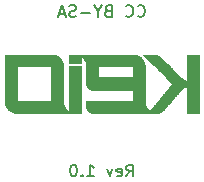
<source format=gbo>
G04 #@! TF.FileFunction,Other,ECO2*
%FSLAX46Y46*%
G04 Gerber Fmt 4.6, Leading zero omitted, Abs format (unit mm)*
G04 Created by KiCad (PCBNEW 4.0.5) date 02/05/17 18:09:27*
%MOMM*%
%LPD*%
G01*
G04 APERTURE LIST*
%ADD10C,0.100000*%
%ADD11C,0.200000*%
%ADD12C,0.010000*%
G04 APERTURE END LIST*
D10*
D11*
X114071428Y-72952381D02*
X114404762Y-72476190D01*
X114642857Y-72952381D02*
X114642857Y-71952381D01*
X114261904Y-71952381D01*
X114166666Y-72000000D01*
X114119047Y-72047619D01*
X114071428Y-72142857D01*
X114071428Y-72285714D01*
X114119047Y-72380952D01*
X114166666Y-72428571D01*
X114261904Y-72476190D01*
X114642857Y-72476190D01*
X113261904Y-72904762D02*
X113357142Y-72952381D01*
X113547619Y-72952381D01*
X113642857Y-72904762D01*
X113690476Y-72809524D01*
X113690476Y-72428571D01*
X113642857Y-72333333D01*
X113547619Y-72285714D01*
X113357142Y-72285714D01*
X113261904Y-72333333D01*
X113214285Y-72428571D01*
X113214285Y-72523810D01*
X113690476Y-72619048D01*
X112880952Y-72285714D02*
X112642857Y-72952381D01*
X112404761Y-72285714D01*
X110738094Y-72952381D02*
X111309523Y-72952381D01*
X111023809Y-72952381D02*
X111023809Y-71952381D01*
X111119047Y-72095238D01*
X111214285Y-72190476D01*
X111309523Y-72238095D01*
X110309523Y-72857143D02*
X110261904Y-72904762D01*
X110309523Y-72952381D01*
X110357142Y-72904762D01*
X110309523Y-72857143D01*
X110309523Y-72952381D01*
X109642857Y-71952381D02*
X109547618Y-71952381D01*
X109452380Y-72000000D01*
X109404761Y-72047619D01*
X109357142Y-72142857D01*
X109309523Y-72333333D01*
X109309523Y-72571429D01*
X109357142Y-72761905D01*
X109404761Y-72857143D01*
X109452380Y-72904762D01*
X109547618Y-72952381D01*
X109642857Y-72952381D01*
X109738095Y-72904762D01*
X109785714Y-72857143D01*
X109833333Y-72761905D01*
X109880952Y-72571429D01*
X109880952Y-72333333D01*
X109833333Y-72142857D01*
X109785714Y-72047619D01*
X109738095Y-72000000D01*
X109642857Y-71952381D01*
X115023809Y-59357143D02*
X115071428Y-59404762D01*
X115214285Y-59452381D01*
X115309523Y-59452381D01*
X115452381Y-59404762D01*
X115547619Y-59309524D01*
X115595238Y-59214286D01*
X115642857Y-59023810D01*
X115642857Y-58880952D01*
X115595238Y-58690476D01*
X115547619Y-58595238D01*
X115452381Y-58500000D01*
X115309523Y-58452381D01*
X115214285Y-58452381D01*
X115071428Y-58500000D01*
X115023809Y-58547619D01*
X114023809Y-59357143D02*
X114071428Y-59404762D01*
X114214285Y-59452381D01*
X114309523Y-59452381D01*
X114452381Y-59404762D01*
X114547619Y-59309524D01*
X114595238Y-59214286D01*
X114642857Y-59023810D01*
X114642857Y-58880952D01*
X114595238Y-58690476D01*
X114547619Y-58595238D01*
X114452381Y-58500000D01*
X114309523Y-58452381D01*
X114214285Y-58452381D01*
X114071428Y-58500000D01*
X114023809Y-58547619D01*
X112499999Y-58928571D02*
X112357142Y-58976190D01*
X112309523Y-59023810D01*
X112261904Y-59119048D01*
X112261904Y-59261905D01*
X112309523Y-59357143D01*
X112357142Y-59404762D01*
X112452380Y-59452381D01*
X112833333Y-59452381D01*
X112833333Y-58452381D01*
X112499999Y-58452381D01*
X112404761Y-58500000D01*
X112357142Y-58547619D01*
X112309523Y-58642857D01*
X112309523Y-58738095D01*
X112357142Y-58833333D01*
X112404761Y-58880952D01*
X112499999Y-58928571D01*
X112833333Y-58928571D01*
X111642857Y-58976190D02*
X111642857Y-59452381D01*
X111976190Y-58452381D02*
X111642857Y-58976190D01*
X111309523Y-58452381D01*
X110976190Y-59071429D02*
X110214285Y-59071429D01*
X109785714Y-59404762D02*
X109642857Y-59452381D01*
X109404761Y-59452381D01*
X109309523Y-59404762D01*
X109261904Y-59357143D01*
X109214285Y-59261905D01*
X109214285Y-59166667D01*
X109261904Y-59071429D01*
X109309523Y-59023810D01*
X109404761Y-58976190D01*
X109595238Y-58928571D01*
X109690476Y-58880952D01*
X109738095Y-58833333D01*
X109785714Y-58738095D01*
X109785714Y-58642857D01*
X109738095Y-58547619D01*
X109690476Y-58500000D01*
X109595238Y-58452381D01*
X109357142Y-58452381D01*
X109214285Y-58500000D01*
X108833333Y-59166667D02*
X108357142Y-59166667D01*
X108928571Y-59452381D02*
X108595238Y-58452381D01*
X108261904Y-59452381D01*
D12*
G36*
X105805532Y-62637246D02*
X107828050Y-62638387D01*
X107880967Y-62647986D01*
X107947579Y-62661646D01*
X108008259Y-62677621D01*
X108065404Y-62696696D01*
X108121409Y-62719659D01*
X108169822Y-62742778D01*
X108237378Y-62779907D01*
X108299165Y-62820359D01*
X108357217Y-62865637D01*
X108413571Y-62917245D01*
X108434577Y-62938430D01*
X108494746Y-63006331D01*
X108547615Y-63078265D01*
X108593272Y-63154411D01*
X108631807Y-63234947D01*
X108663308Y-63320054D01*
X108687864Y-63409910D01*
X108700742Y-63474399D01*
X108701408Y-63478569D01*
X108702035Y-63483258D01*
X108702626Y-63488727D01*
X108703181Y-63495235D01*
X108703702Y-63503041D01*
X108704191Y-63512406D01*
X108704650Y-63523589D01*
X108705079Y-63536849D01*
X108705481Y-63552445D01*
X108705857Y-63570639D01*
X108706209Y-63591688D01*
X108706538Y-63615854D01*
X108706846Y-63643394D01*
X108707135Y-63674569D01*
X108707406Y-63709639D01*
X108707661Y-63748862D01*
X108707901Y-63792499D01*
X108708128Y-63840809D01*
X108708344Y-63894052D01*
X108708549Y-63952487D01*
X108708747Y-64016374D01*
X108708938Y-64085972D01*
X108709124Y-64161541D01*
X108709307Y-64243340D01*
X108709487Y-64331630D01*
X108709668Y-64426669D01*
X108709850Y-64528717D01*
X108710035Y-64638034D01*
X108710224Y-64754880D01*
X108710420Y-64879513D01*
X108710624Y-65012194D01*
X108710753Y-65097883D01*
X108710958Y-65236952D01*
X108711142Y-65367818D01*
X108711312Y-65490744D01*
X108711472Y-65605994D01*
X108711626Y-65713830D01*
X108711780Y-65814517D01*
X108711938Y-65908318D01*
X108712106Y-65995495D01*
X108712288Y-66076314D01*
X108712489Y-66151036D01*
X108712713Y-66219925D01*
X108712966Y-66283245D01*
X108713253Y-66341258D01*
X108713578Y-66394230D01*
X108713946Y-66442422D01*
X108714362Y-66486098D01*
X108714831Y-66525521D01*
X108715357Y-66560956D01*
X108715946Y-66592665D01*
X108716603Y-66620912D01*
X108717332Y-66645960D01*
X108718137Y-66668072D01*
X108719025Y-66687512D01*
X108719999Y-66704544D01*
X108721065Y-66719430D01*
X108722228Y-66732434D01*
X108723491Y-66743819D01*
X108724861Y-66753850D01*
X108726342Y-66762788D01*
X108727938Y-66770898D01*
X108729655Y-66778444D01*
X108731498Y-66785687D01*
X108733471Y-66792892D01*
X108735579Y-66800323D01*
X108737827Y-66808241D01*
X108740220Y-66816912D01*
X108742515Y-66825631D01*
X108769229Y-66913114D01*
X108803478Y-66996942D01*
X108844994Y-67076737D01*
X108893510Y-67152122D01*
X108948757Y-67222717D01*
X109010469Y-67288145D01*
X109078379Y-67348028D01*
X109148851Y-67399745D01*
X109199651Y-67433727D01*
X109200713Y-65528146D01*
X109201776Y-63622566D01*
X110188134Y-63622566D01*
X110188134Y-67563800D01*
X107448109Y-67563122D01*
X107296028Y-67563082D01*
X107146010Y-67563039D01*
X106998278Y-67562991D01*
X106853057Y-67562941D01*
X106710572Y-67562887D01*
X106571047Y-67562830D01*
X106434705Y-67562770D01*
X106301773Y-67562707D01*
X106172473Y-67562642D01*
X106047031Y-67562574D01*
X105925670Y-67562505D01*
X105808616Y-67562433D01*
X105696092Y-67562359D01*
X105588323Y-67562283D01*
X105485533Y-67562206D01*
X105387947Y-67562127D01*
X105295789Y-67562048D01*
X105209283Y-67561967D01*
X105128654Y-67561885D01*
X105054126Y-67561803D01*
X104985924Y-67561720D01*
X104924272Y-67561637D01*
X104869394Y-67561553D01*
X104821515Y-67561470D01*
X104780859Y-67561387D01*
X104747651Y-67561304D01*
X104722114Y-67561221D01*
X104704474Y-67561140D01*
X104694954Y-67561059D01*
X104693267Y-67561015D01*
X104598432Y-67548099D01*
X104508091Y-67528038D01*
X104422083Y-67500759D01*
X104340245Y-67466190D01*
X104262416Y-67424256D01*
X104188433Y-67374885D01*
X104118135Y-67318003D01*
X104082125Y-67284601D01*
X104027592Y-67227738D01*
X103979651Y-67169055D01*
X103936837Y-67106556D01*
X103897682Y-67038243D01*
X103889260Y-67021933D01*
X103857213Y-66952313D01*
X103830953Y-66880839D01*
X103809888Y-66805665D01*
X103793426Y-66724945D01*
X103792819Y-66721366D01*
X103792241Y-66717623D01*
X103791693Y-66713307D01*
X103791174Y-66708189D01*
X103790683Y-66702043D01*
X103790219Y-66694641D01*
X103789781Y-66685754D01*
X103789369Y-66675155D01*
X103788982Y-66662615D01*
X103788617Y-66647908D01*
X103788275Y-66630804D01*
X103787955Y-66611077D01*
X103787655Y-66588499D01*
X103787375Y-66562841D01*
X103787113Y-66533876D01*
X103786870Y-66501375D01*
X103786642Y-66465112D01*
X103786431Y-66424858D01*
X103786235Y-66380385D01*
X103786052Y-66331466D01*
X103785882Y-66277872D01*
X103785725Y-66219376D01*
X103785578Y-66155750D01*
X103785441Y-66086766D01*
X103785314Y-66012196D01*
X103785194Y-65931812D01*
X103785082Y-65845387D01*
X103784976Y-65752693D01*
X103784876Y-65653502D01*
X103784780Y-65547585D01*
X103784687Y-65434715D01*
X103784597Y-65314665D01*
X103784508Y-65187206D01*
X103784419Y-65052111D01*
X103784331Y-64909151D01*
X103784241Y-64758099D01*
X103784181Y-64656510D01*
X103783585Y-63622566D01*
X104769467Y-63622566D01*
X104769467Y-66577433D01*
X107724334Y-66577433D01*
X107724334Y-63622566D01*
X104769467Y-63622566D01*
X103783585Y-63622566D01*
X103783015Y-62636105D01*
X105805532Y-62637246D01*
X105805532Y-62637246D01*
G37*
X105805532Y-62637246D02*
X107828050Y-62638387D01*
X107880967Y-62647986D01*
X107947579Y-62661646D01*
X108008259Y-62677621D01*
X108065404Y-62696696D01*
X108121409Y-62719659D01*
X108169822Y-62742778D01*
X108237378Y-62779907D01*
X108299165Y-62820359D01*
X108357217Y-62865637D01*
X108413571Y-62917245D01*
X108434577Y-62938430D01*
X108494746Y-63006331D01*
X108547615Y-63078265D01*
X108593272Y-63154411D01*
X108631807Y-63234947D01*
X108663308Y-63320054D01*
X108687864Y-63409910D01*
X108700742Y-63474399D01*
X108701408Y-63478569D01*
X108702035Y-63483258D01*
X108702626Y-63488727D01*
X108703181Y-63495235D01*
X108703702Y-63503041D01*
X108704191Y-63512406D01*
X108704650Y-63523589D01*
X108705079Y-63536849D01*
X108705481Y-63552445D01*
X108705857Y-63570639D01*
X108706209Y-63591688D01*
X108706538Y-63615854D01*
X108706846Y-63643394D01*
X108707135Y-63674569D01*
X108707406Y-63709639D01*
X108707661Y-63748862D01*
X108707901Y-63792499D01*
X108708128Y-63840809D01*
X108708344Y-63894052D01*
X108708549Y-63952487D01*
X108708747Y-64016374D01*
X108708938Y-64085972D01*
X108709124Y-64161541D01*
X108709307Y-64243340D01*
X108709487Y-64331630D01*
X108709668Y-64426669D01*
X108709850Y-64528717D01*
X108710035Y-64638034D01*
X108710224Y-64754880D01*
X108710420Y-64879513D01*
X108710624Y-65012194D01*
X108710753Y-65097883D01*
X108710958Y-65236952D01*
X108711142Y-65367818D01*
X108711312Y-65490744D01*
X108711472Y-65605994D01*
X108711626Y-65713830D01*
X108711780Y-65814517D01*
X108711938Y-65908318D01*
X108712106Y-65995495D01*
X108712288Y-66076314D01*
X108712489Y-66151036D01*
X108712713Y-66219925D01*
X108712966Y-66283245D01*
X108713253Y-66341258D01*
X108713578Y-66394230D01*
X108713946Y-66442422D01*
X108714362Y-66486098D01*
X108714831Y-66525521D01*
X108715357Y-66560956D01*
X108715946Y-66592665D01*
X108716603Y-66620912D01*
X108717332Y-66645960D01*
X108718137Y-66668072D01*
X108719025Y-66687512D01*
X108719999Y-66704544D01*
X108721065Y-66719430D01*
X108722228Y-66732434D01*
X108723491Y-66743819D01*
X108724861Y-66753850D01*
X108726342Y-66762788D01*
X108727938Y-66770898D01*
X108729655Y-66778444D01*
X108731498Y-66785687D01*
X108733471Y-66792892D01*
X108735579Y-66800323D01*
X108737827Y-66808241D01*
X108740220Y-66816912D01*
X108742515Y-66825631D01*
X108769229Y-66913114D01*
X108803478Y-66996942D01*
X108844994Y-67076737D01*
X108893510Y-67152122D01*
X108948757Y-67222717D01*
X109010469Y-67288145D01*
X109078379Y-67348028D01*
X109148851Y-67399745D01*
X109199651Y-67433727D01*
X109200713Y-65528146D01*
X109201776Y-63622566D01*
X110188134Y-63622566D01*
X110188134Y-67563800D01*
X107448109Y-67563122D01*
X107296028Y-67563082D01*
X107146010Y-67563039D01*
X106998278Y-67562991D01*
X106853057Y-67562941D01*
X106710572Y-67562887D01*
X106571047Y-67562830D01*
X106434705Y-67562770D01*
X106301773Y-67562707D01*
X106172473Y-67562642D01*
X106047031Y-67562574D01*
X105925670Y-67562505D01*
X105808616Y-67562433D01*
X105696092Y-67562359D01*
X105588323Y-67562283D01*
X105485533Y-67562206D01*
X105387947Y-67562127D01*
X105295789Y-67562048D01*
X105209283Y-67561967D01*
X105128654Y-67561885D01*
X105054126Y-67561803D01*
X104985924Y-67561720D01*
X104924272Y-67561637D01*
X104869394Y-67561553D01*
X104821515Y-67561470D01*
X104780859Y-67561387D01*
X104747651Y-67561304D01*
X104722114Y-67561221D01*
X104704474Y-67561140D01*
X104694954Y-67561059D01*
X104693267Y-67561015D01*
X104598432Y-67548099D01*
X104508091Y-67528038D01*
X104422083Y-67500759D01*
X104340245Y-67466190D01*
X104262416Y-67424256D01*
X104188433Y-67374885D01*
X104118135Y-67318003D01*
X104082125Y-67284601D01*
X104027592Y-67227738D01*
X103979651Y-67169055D01*
X103936837Y-67106556D01*
X103897682Y-67038243D01*
X103889260Y-67021933D01*
X103857213Y-66952313D01*
X103830953Y-66880839D01*
X103809888Y-66805665D01*
X103793426Y-66724945D01*
X103792819Y-66721366D01*
X103792241Y-66717623D01*
X103791693Y-66713307D01*
X103791174Y-66708189D01*
X103790683Y-66702043D01*
X103790219Y-66694641D01*
X103789781Y-66685754D01*
X103789369Y-66675155D01*
X103788982Y-66662615D01*
X103788617Y-66647908D01*
X103788275Y-66630804D01*
X103787955Y-66611077D01*
X103787655Y-66588499D01*
X103787375Y-66562841D01*
X103787113Y-66533876D01*
X103786870Y-66501375D01*
X103786642Y-66465112D01*
X103786431Y-66424858D01*
X103786235Y-66380385D01*
X103786052Y-66331466D01*
X103785882Y-66277872D01*
X103785725Y-66219376D01*
X103785578Y-66155750D01*
X103785441Y-66086766D01*
X103785314Y-66012196D01*
X103785194Y-65931812D01*
X103785082Y-65845387D01*
X103784976Y-65752693D01*
X103784876Y-65653502D01*
X103784780Y-65547585D01*
X103784687Y-65434715D01*
X103784597Y-65314665D01*
X103784508Y-65187206D01*
X103784419Y-65052111D01*
X103784331Y-64909151D01*
X103784241Y-64758099D01*
X103784181Y-64656510D01*
X103783585Y-63622566D01*
X104769467Y-63622566D01*
X104769467Y-66577433D01*
X107724334Y-66577433D01*
X107724334Y-63622566D01*
X104769467Y-63622566D01*
X103783585Y-63622566D01*
X103783015Y-62636105D01*
X105805532Y-62637246D01*
G36*
X111962936Y-62637280D02*
X112146296Y-62637357D01*
X112321383Y-62637432D01*
X112488392Y-62637506D01*
X112647516Y-62637579D01*
X112798950Y-62637652D01*
X112942886Y-62637727D01*
X113079520Y-62637802D01*
X113209045Y-62637879D01*
X113331655Y-62637959D01*
X113447545Y-62638042D01*
X113556908Y-62638129D01*
X113659938Y-62638220D01*
X113756829Y-62638316D01*
X113847775Y-62638417D01*
X113932970Y-62638525D01*
X114012609Y-62638639D01*
X114086884Y-62638761D01*
X114155991Y-62638891D01*
X114220122Y-62639029D01*
X114279473Y-62639176D01*
X114334237Y-62639333D01*
X114384608Y-62639501D01*
X114430779Y-62639679D01*
X114472946Y-62639869D01*
X114511302Y-62640071D01*
X114546041Y-62640286D01*
X114577357Y-62640515D01*
X114605443Y-62640757D01*
X114630495Y-62641014D01*
X114652705Y-62641286D01*
X114672269Y-62641574D01*
X114689379Y-62641879D01*
X114704230Y-62642200D01*
X114717016Y-62642539D01*
X114727931Y-62642897D01*
X114737168Y-62643273D01*
X114744923Y-62643668D01*
X114751388Y-62644084D01*
X114756758Y-62644520D01*
X114761227Y-62644977D01*
X114764988Y-62645457D01*
X114768236Y-62645958D01*
X114768601Y-62646020D01*
X114862511Y-62666056D01*
X114952108Y-62693277D01*
X115037227Y-62727572D01*
X115117703Y-62768831D01*
X115193371Y-62816945D01*
X115264066Y-62871802D01*
X115329624Y-62933292D01*
X115389879Y-63001304D01*
X115444666Y-63075729D01*
X115470062Y-63115482D01*
X115499596Y-63168671D01*
X115527012Y-63227091D01*
X115551227Y-63288028D01*
X115571158Y-63348765D01*
X115585297Y-63404550D01*
X115587286Y-63413710D01*
X115589156Y-63421963D01*
X115590913Y-63429573D01*
X115592559Y-63436804D01*
X115594100Y-63443921D01*
X115595538Y-63451189D01*
X115596877Y-63458872D01*
X115598123Y-63467234D01*
X115599278Y-63476541D01*
X115600347Y-63487056D01*
X115601333Y-63499044D01*
X115602241Y-63512770D01*
X115603075Y-63528499D01*
X115603838Y-63546494D01*
X115604535Y-63567021D01*
X115605169Y-63590343D01*
X115605745Y-63616726D01*
X115606266Y-63646434D01*
X115606736Y-63679732D01*
X115607160Y-63716883D01*
X115607541Y-63758154D01*
X115607884Y-63803807D01*
X115608191Y-63854108D01*
X115608468Y-63909322D01*
X115608719Y-63969712D01*
X115608946Y-64035544D01*
X115609155Y-64107081D01*
X115609349Y-64184589D01*
X115609532Y-64268332D01*
X115609708Y-64358574D01*
X115609881Y-64455581D01*
X115610055Y-64559616D01*
X115610234Y-64670944D01*
X115610422Y-64789830D01*
X115610623Y-64916538D01*
X115610841Y-65051333D01*
X115610942Y-65112700D01*
X115613580Y-66698083D01*
X115622839Y-66745860D01*
X115644992Y-66840293D01*
X115673869Y-66929592D01*
X115709502Y-67013809D01*
X115751924Y-67092998D01*
X115801167Y-67167212D01*
X115857265Y-67236505D01*
X115920249Y-67300928D01*
X115990152Y-67360536D01*
X116007059Y-67373455D01*
X116040646Y-67398608D01*
X116051777Y-67387012D01*
X116055023Y-67383192D01*
X116063437Y-67373141D01*
X116076779Y-67357144D01*
X116094813Y-67335487D01*
X116117302Y-67308458D01*
X116144007Y-67276341D01*
X116174692Y-67239424D01*
X116209120Y-67197991D01*
X116247052Y-67152331D01*
X116288251Y-67102727D01*
X116332481Y-67049468D01*
X116379503Y-66992838D01*
X116429080Y-66933124D01*
X116480975Y-66870613D01*
X116534950Y-66805589D01*
X116590768Y-66738340D01*
X116648192Y-66669152D01*
X116706984Y-66598310D01*
X116766907Y-66526101D01*
X116827723Y-66452811D01*
X116889195Y-66378727D01*
X116951086Y-66304133D01*
X117013157Y-66229317D01*
X117075173Y-66154565D01*
X117136895Y-66080162D01*
X117198086Y-66006395D01*
X117258508Y-65933551D01*
X117317925Y-65861914D01*
X117376098Y-65791772D01*
X117432791Y-65723410D01*
X117487765Y-65657115D01*
X117540784Y-65593172D01*
X117591611Y-65531869D01*
X117640007Y-65473490D01*
X117685735Y-65418323D01*
X117728558Y-65366653D01*
X117768239Y-65318767D01*
X117804540Y-65274950D01*
X117837224Y-65235489D01*
X117866053Y-65200670D01*
X117890790Y-65170779D01*
X117911198Y-65146102D01*
X117927038Y-65126925D01*
X117938075Y-65113535D01*
X117944070Y-65106218D01*
X117945048Y-65104998D01*
X117944050Y-65103134D01*
X117940196Y-65098462D01*
X117933358Y-65090852D01*
X117923407Y-65080174D01*
X117910215Y-65066298D01*
X117893653Y-65049096D01*
X117873593Y-65028438D01*
X117849907Y-65004193D01*
X117822465Y-64976234D01*
X117791140Y-64944429D01*
X117755802Y-64908651D01*
X117716325Y-64868768D01*
X117672578Y-64824653D01*
X117624434Y-64776174D01*
X117571764Y-64723204D01*
X117514440Y-64665612D01*
X117452334Y-64603268D01*
X117385316Y-64536044D01*
X117313259Y-64463810D01*
X117236033Y-64386436D01*
X117153511Y-64303793D01*
X117065564Y-64215752D01*
X116972064Y-64122182D01*
X116872882Y-64022955D01*
X116767889Y-63917941D01*
X116717757Y-63867806D01*
X115486156Y-62636200D01*
X115988307Y-62636200D01*
X116066456Y-62636197D01*
X116136641Y-62636200D01*
X116199364Y-62636231D01*
X116255127Y-62636315D01*
X116304433Y-62636474D01*
X116347784Y-62636729D01*
X116385682Y-62637103D01*
X116418629Y-62637618D01*
X116447128Y-62638297D01*
X116471682Y-62639163D01*
X116492792Y-62640237D01*
X116510960Y-62641541D01*
X116526690Y-62643099D01*
X116540483Y-62644933D01*
X116552842Y-62647065D01*
X116564269Y-62649517D01*
X116575266Y-62652313D01*
X116586336Y-62655473D01*
X116597981Y-62659021D01*
X116610703Y-62662979D01*
X116614334Y-62664105D01*
X116677634Y-62687303D01*
X116742008Y-62717892D01*
X116806106Y-62755148D01*
X116868579Y-62798349D01*
X116876800Y-62804586D01*
X116883560Y-62810478D01*
X116896191Y-62822276D01*
X116914596Y-62839882D01*
X116938677Y-62863200D01*
X116968335Y-62892130D01*
X117003472Y-62926577D01*
X117043990Y-62966444D01*
X117089790Y-63011631D01*
X117140774Y-63062043D01*
X117196844Y-63117583D01*
X117257901Y-63178151D01*
X117323846Y-63243653D01*
X117394583Y-63313989D01*
X117470011Y-63389063D01*
X117550034Y-63468777D01*
X117634552Y-63553034D01*
X117723467Y-63641737D01*
X117816681Y-63734789D01*
X117818717Y-63736822D01*
X117892398Y-63810373D01*
X117964735Y-63882534D01*
X118035484Y-63953064D01*
X118104403Y-64021723D01*
X118171249Y-64088270D01*
X118235780Y-64152465D01*
X118297753Y-64214068D01*
X118356925Y-64272837D01*
X118413054Y-64328534D01*
X118465897Y-64380917D01*
X118515212Y-64429746D01*
X118560755Y-64474780D01*
X118602284Y-64515780D01*
X118639557Y-64552505D01*
X118672330Y-64584714D01*
X118700361Y-64612167D01*
X118723408Y-64634624D01*
X118741228Y-64651844D01*
X118753578Y-64663588D01*
X118760216Y-64669613D01*
X118760634Y-64669954D01*
X118818115Y-64712750D01*
X118875831Y-64750450D01*
X118933039Y-64782710D01*
X118988995Y-64809185D01*
X119042957Y-64829534D01*
X119094181Y-64843410D01*
X119141924Y-64850472D01*
X119152217Y-64851091D01*
X119181850Y-64852350D01*
X119182917Y-63744274D01*
X119183983Y-62636200D01*
X120216900Y-62636200D01*
X120216900Y-67563800D01*
X119183983Y-67563800D01*
X119182917Y-66455724D01*
X119181850Y-65347650D01*
X119167800Y-65346301D01*
X119146288Y-65346286D01*
X119118729Y-65349410D01*
X119086762Y-65355267D01*
X119052025Y-65363447D01*
X119016158Y-65373543D01*
X118980802Y-65385146D01*
X118947594Y-65397847D01*
X118930057Y-65405513D01*
X118901653Y-65420177D01*
X118869494Y-65439373D01*
X118835789Y-65461626D01*
X118802747Y-65485457D01*
X118772577Y-65509391D01*
X118764800Y-65516034D01*
X118761223Y-65519177D01*
X118757558Y-65522485D01*
X118753631Y-65526159D01*
X118749266Y-65530403D01*
X118744289Y-65535418D01*
X118738525Y-65541405D01*
X118731798Y-65548568D01*
X118723934Y-65557109D01*
X118714758Y-65567229D01*
X118704095Y-65579130D01*
X118691770Y-65593014D01*
X118677608Y-65609085D01*
X118661433Y-65627543D01*
X118643072Y-65648591D01*
X118622348Y-65672430D01*
X118599088Y-65699264D01*
X118573116Y-65729293D01*
X118544257Y-65762721D01*
X118512336Y-65799748D01*
X118477179Y-65840578D01*
X118438610Y-65885412D01*
X118396454Y-65934453D01*
X118350536Y-65987902D01*
X118300682Y-66045961D01*
X118246717Y-66108833D01*
X118188465Y-66176720D01*
X118125751Y-66249823D01*
X118058401Y-66328346D01*
X117986240Y-66412489D01*
X117909092Y-66502455D01*
X117826783Y-66598446D01*
X117739603Y-66700122D01*
X117669811Y-66781488D01*
X117605329Y-66856594D01*
X117545989Y-66925635D01*
X117491621Y-66988804D01*
X117442056Y-67046296D01*
X117397125Y-67098304D01*
X117356659Y-67145024D01*
X117320488Y-67186650D01*
X117288443Y-67223374D01*
X117260355Y-67255392D01*
X117236055Y-67282898D01*
X117215373Y-67306086D01*
X117198140Y-67325150D01*
X117184187Y-67340285D01*
X117173344Y-67351684D01*
X117165443Y-67359541D01*
X117162550Y-67362196D01*
X117096399Y-67415620D01*
X117027787Y-67461842D01*
X116957308Y-67500530D01*
X116885551Y-67531354D01*
X116826965Y-67550309D01*
X116785784Y-67561683D01*
X113957917Y-67562238D01*
X113803331Y-67562262D01*
X113650778Y-67562276D01*
X113500479Y-67562280D01*
X113352657Y-67562272D01*
X113207534Y-67562254D01*
X113065330Y-67562227D01*
X112926269Y-67562189D01*
X112790571Y-67562142D01*
X112658460Y-67562086D01*
X112530156Y-67562020D01*
X112405881Y-67561946D01*
X112285858Y-67561863D01*
X112170308Y-67561771D01*
X112059453Y-67561672D01*
X111953515Y-67561564D01*
X111852715Y-67561449D01*
X111757276Y-67561327D01*
X111667420Y-67561197D01*
X111583368Y-67561060D01*
X111505342Y-67560917D01*
X111433564Y-67560767D01*
X111368256Y-67560611D01*
X111309639Y-67560449D01*
X111257936Y-67560281D01*
X111213369Y-67560108D01*
X111176159Y-67559929D01*
X111146527Y-67559746D01*
X111124697Y-67559557D01*
X111110890Y-67559364D01*
X111105327Y-67559167D01*
X111105326Y-67559167D01*
X111043145Y-67545944D01*
X110984075Y-67525263D01*
X110928668Y-67497648D01*
X110877478Y-67463625D01*
X110831057Y-67423720D01*
X110789956Y-67378457D01*
X110754729Y-67328362D01*
X110725928Y-67273960D01*
X110704106Y-67215776D01*
X110691901Y-67166109D01*
X110689978Y-67155548D01*
X110688320Y-67145105D01*
X110686909Y-67134102D01*
X110685730Y-67121859D01*
X110684763Y-67107699D01*
X110683993Y-67090941D01*
X110683401Y-67070906D01*
X110682972Y-67046916D01*
X110682687Y-67018291D01*
X110682529Y-66984353D01*
X110682481Y-66944422D01*
X110682527Y-66897819D01*
X110682648Y-66843866D01*
X110682758Y-66804974D01*
X110683434Y-66577433D01*
X114624667Y-66577433D01*
X114624667Y-65591136D01*
X112858309Y-65590043D01*
X111091950Y-65588950D01*
X111050306Y-65577458D01*
X111016699Y-65566507D01*
X110980528Y-65551861D01*
X110944700Y-65534873D01*
X110912122Y-65516898D01*
X110891452Y-65503499D01*
X110842086Y-65463449D01*
X110798410Y-65417548D01*
X110760932Y-65366595D01*
X110730159Y-65311392D01*
X110706599Y-65252740D01*
X110690757Y-65191439D01*
X110689532Y-65184707D01*
X110688743Y-65179304D01*
X110688022Y-65172282D01*
X110687365Y-65163274D01*
X110686770Y-65151915D01*
X110686234Y-65137839D01*
X110685754Y-65120681D01*
X110685327Y-65100075D01*
X110684951Y-65075655D01*
X110684623Y-65047055D01*
X110684340Y-65013909D01*
X110684098Y-64975853D01*
X110683896Y-64932519D01*
X110683730Y-64883543D01*
X110683598Y-64828559D01*
X110683497Y-64767200D01*
X110683424Y-64699102D01*
X110683376Y-64623898D01*
X110683351Y-64541223D01*
X110683345Y-64450710D01*
X110683351Y-64380333D01*
X110683357Y-64280914D01*
X110683343Y-64189575D01*
X110683301Y-64105928D01*
X110683225Y-64029585D01*
X110683109Y-63960160D01*
X110682946Y-63897266D01*
X110682731Y-63840514D01*
X110682456Y-63789518D01*
X110682116Y-63743890D01*
X110681704Y-63703243D01*
X110681214Y-63667189D01*
X110680640Y-63635343D01*
X110680337Y-63622566D01*
X111665567Y-63622566D01*
X111665567Y-64553899D01*
X114624667Y-64553899D01*
X114624667Y-63622566D01*
X111665567Y-63622566D01*
X110680337Y-63622566D01*
X110679974Y-63607315D01*
X110679211Y-63582719D01*
X110678345Y-63561168D01*
X110677369Y-63542274D01*
X110676276Y-63525649D01*
X110675061Y-63510908D01*
X110673717Y-63497662D01*
X110672238Y-63485524D01*
X110670617Y-63474106D01*
X110668848Y-63463023D01*
X110668267Y-63459583D01*
X110648962Y-63371393D01*
X110621797Y-63285869D01*
X110587096Y-63203498D01*
X110545181Y-63124768D01*
X110496375Y-63050167D01*
X110441000Y-62980183D01*
X110379379Y-62915304D01*
X110311834Y-62856018D01*
X110238689Y-62802813D01*
X110230467Y-62797451D01*
X110190251Y-62771507D01*
X110189164Y-63074288D01*
X110188078Y-63377068D01*
X109203884Y-63374916D01*
X109202802Y-63005526D01*
X109201721Y-62636137D01*
X111962936Y-62637280D01*
X111962936Y-62637280D01*
G37*
X111962936Y-62637280D02*
X112146296Y-62637357D01*
X112321383Y-62637432D01*
X112488392Y-62637506D01*
X112647516Y-62637579D01*
X112798950Y-62637652D01*
X112942886Y-62637727D01*
X113079520Y-62637802D01*
X113209045Y-62637879D01*
X113331655Y-62637959D01*
X113447545Y-62638042D01*
X113556908Y-62638129D01*
X113659938Y-62638220D01*
X113756829Y-62638316D01*
X113847775Y-62638417D01*
X113932970Y-62638525D01*
X114012609Y-62638639D01*
X114086884Y-62638761D01*
X114155991Y-62638891D01*
X114220122Y-62639029D01*
X114279473Y-62639176D01*
X114334237Y-62639333D01*
X114384608Y-62639501D01*
X114430779Y-62639679D01*
X114472946Y-62639869D01*
X114511302Y-62640071D01*
X114546041Y-62640286D01*
X114577357Y-62640515D01*
X114605443Y-62640757D01*
X114630495Y-62641014D01*
X114652705Y-62641286D01*
X114672269Y-62641574D01*
X114689379Y-62641879D01*
X114704230Y-62642200D01*
X114717016Y-62642539D01*
X114727931Y-62642897D01*
X114737168Y-62643273D01*
X114744923Y-62643668D01*
X114751388Y-62644084D01*
X114756758Y-62644520D01*
X114761227Y-62644977D01*
X114764988Y-62645457D01*
X114768236Y-62645958D01*
X114768601Y-62646020D01*
X114862511Y-62666056D01*
X114952108Y-62693277D01*
X115037227Y-62727572D01*
X115117703Y-62768831D01*
X115193371Y-62816945D01*
X115264066Y-62871802D01*
X115329624Y-62933292D01*
X115389879Y-63001304D01*
X115444666Y-63075729D01*
X115470062Y-63115482D01*
X115499596Y-63168671D01*
X115527012Y-63227091D01*
X115551227Y-63288028D01*
X115571158Y-63348765D01*
X115585297Y-63404550D01*
X115587286Y-63413710D01*
X115589156Y-63421963D01*
X115590913Y-63429573D01*
X115592559Y-63436804D01*
X115594100Y-63443921D01*
X115595538Y-63451189D01*
X115596877Y-63458872D01*
X115598123Y-63467234D01*
X115599278Y-63476541D01*
X115600347Y-63487056D01*
X115601333Y-63499044D01*
X115602241Y-63512770D01*
X115603075Y-63528499D01*
X115603838Y-63546494D01*
X115604535Y-63567021D01*
X115605169Y-63590343D01*
X115605745Y-63616726D01*
X115606266Y-63646434D01*
X115606736Y-63679732D01*
X115607160Y-63716883D01*
X115607541Y-63758154D01*
X115607884Y-63803807D01*
X115608191Y-63854108D01*
X115608468Y-63909322D01*
X115608719Y-63969712D01*
X115608946Y-64035544D01*
X115609155Y-64107081D01*
X115609349Y-64184589D01*
X115609532Y-64268332D01*
X115609708Y-64358574D01*
X115609881Y-64455581D01*
X115610055Y-64559616D01*
X115610234Y-64670944D01*
X115610422Y-64789830D01*
X115610623Y-64916538D01*
X115610841Y-65051333D01*
X115610942Y-65112700D01*
X115613580Y-66698083D01*
X115622839Y-66745860D01*
X115644992Y-66840293D01*
X115673869Y-66929592D01*
X115709502Y-67013809D01*
X115751924Y-67092998D01*
X115801167Y-67167212D01*
X115857265Y-67236505D01*
X115920249Y-67300928D01*
X115990152Y-67360536D01*
X116007059Y-67373455D01*
X116040646Y-67398608D01*
X116051777Y-67387012D01*
X116055023Y-67383192D01*
X116063437Y-67373141D01*
X116076779Y-67357144D01*
X116094813Y-67335487D01*
X116117302Y-67308458D01*
X116144007Y-67276341D01*
X116174692Y-67239424D01*
X116209120Y-67197991D01*
X116247052Y-67152331D01*
X116288251Y-67102727D01*
X116332481Y-67049468D01*
X116379503Y-66992838D01*
X116429080Y-66933124D01*
X116480975Y-66870613D01*
X116534950Y-66805589D01*
X116590768Y-66738340D01*
X116648192Y-66669152D01*
X116706984Y-66598310D01*
X116766907Y-66526101D01*
X116827723Y-66452811D01*
X116889195Y-66378727D01*
X116951086Y-66304133D01*
X117013157Y-66229317D01*
X117075173Y-66154565D01*
X117136895Y-66080162D01*
X117198086Y-66006395D01*
X117258508Y-65933551D01*
X117317925Y-65861914D01*
X117376098Y-65791772D01*
X117432791Y-65723410D01*
X117487765Y-65657115D01*
X117540784Y-65593172D01*
X117591611Y-65531869D01*
X117640007Y-65473490D01*
X117685735Y-65418323D01*
X117728558Y-65366653D01*
X117768239Y-65318767D01*
X117804540Y-65274950D01*
X117837224Y-65235489D01*
X117866053Y-65200670D01*
X117890790Y-65170779D01*
X117911198Y-65146102D01*
X117927038Y-65126925D01*
X117938075Y-65113535D01*
X117944070Y-65106218D01*
X117945048Y-65104998D01*
X117944050Y-65103134D01*
X117940196Y-65098462D01*
X117933358Y-65090852D01*
X117923407Y-65080174D01*
X117910215Y-65066298D01*
X117893653Y-65049096D01*
X117873593Y-65028438D01*
X117849907Y-65004193D01*
X117822465Y-64976234D01*
X117791140Y-64944429D01*
X117755802Y-64908651D01*
X117716325Y-64868768D01*
X117672578Y-64824653D01*
X117624434Y-64776174D01*
X117571764Y-64723204D01*
X117514440Y-64665612D01*
X117452334Y-64603268D01*
X117385316Y-64536044D01*
X117313259Y-64463810D01*
X117236033Y-64386436D01*
X117153511Y-64303793D01*
X117065564Y-64215752D01*
X116972064Y-64122182D01*
X116872882Y-64022955D01*
X116767889Y-63917941D01*
X116717757Y-63867806D01*
X115486156Y-62636200D01*
X115988307Y-62636200D01*
X116066456Y-62636197D01*
X116136641Y-62636200D01*
X116199364Y-62636231D01*
X116255127Y-62636315D01*
X116304433Y-62636474D01*
X116347784Y-62636729D01*
X116385682Y-62637103D01*
X116418629Y-62637618D01*
X116447128Y-62638297D01*
X116471682Y-62639163D01*
X116492792Y-62640237D01*
X116510960Y-62641541D01*
X116526690Y-62643099D01*
X116540483Y-62644933D01*
X116552842Y-62647065D01*
X116564269Y-62649517D01*
X116575266Y-62652313D01*
X116586336Y-62655473D01*
X116597981Y-62659021D01*
X116610703Y-62662979D01*
X116614334Y-62664105D01*
X116677634Y-62687303D01*
X116742008Y-62717892D01*
X116806106Y-62755148D01*
X116868579Y-62798349D01*
X116876800Y-62804586D01*
X116883560Y-62810478D01*
X116896191Y-62822276D01*
X116914596Y-62839882D01*
X116938677Y-62863200D01*
X116968335Y-62892130D01*
X117003472Y-62926577D01*
X117043990Y-62966444D01*
X117089790Y-63011631D01*
X117140774Y-63062043D01*
X117196844Y-63117583D01*
X117257901Y-63178151D01*
X117323846Y-63243653D01*
X117394583Y-63313989D01*
X117470011Y-63389063D01*
X117550034Y-63468777D01*
X117634552Y-63553034D01*
X117723467Y-63641737D01*
X117816681Y-63734789D01*
X117818717Y-63736822D01*
X117892398Y-63810373D01*
X117964735Y-63882534D01*
X118035484Y-63953064D01*
X118104403Y-64021723D01*
X118171249Y-64088270D01*
X118235780Y-64152465D01*
X118297753Y-64214068D01*
X118356925Y-64272837D01*
X118413054Y-64328534D01*
X118465897Y-64380917D01*
X118515212Y-64429746D01*
X118560755Y-64474780D01*
X118602284Y-64515780D01*
X118639557Y-64552505D01*
X118672330Y-64584714D01*
X118700361Y-64612167D01*
X118723408Y-64634624D01*
X118741228Y-64651844D01*
X118753578Y-64663588D01*
X118760216Y-64669613D01*
X118760634Y-64669954D01*
X118818115Y-64712750D01*
X118875831Y-64750450D01*
X118933039Y-64782710D01*
X118988995Y-64809185D01*
X119042957Y-64829534D01*
X119094181Y-64843410D01*
X119141924Y-64850472D01*
X119152217Y-64851091D01*
X119181850Y-64852350D01*
X119182917Y-63744274D01*
X119183983Y-62636200D01*
X120216900Y-62636200D01*
X120216900Y-67563800D01*
X119183983Y-67563800D01*
X119182917Y-66455724D01*
X119181850Y-65347650D01*
X119167800Y-65346301D01*
X119146288Y-65346286D01*
X119118729Y-65349410D01*
X119086762Y-65355267D01*
X119052025Y-65363447D01*
X119016158Y-65373543D01*
X118980802Y-65385146D01*
X118947594Y-65397847D01*
X118930057Y-65405513D01*
X118901653Y-65420177D01*
X118869494Y-65439373D01*
X118835789Y-65461626D01*
X118802747Y-65485457D01*
X118772577Y-65509391D01*
X118764800Y-65516034D01*
X118761223Y-65519177D01*
X118757558Y-65522485D01*
X118753631Y-65526159D01*
X118749266Y-65530403D01*
X118744289Y-65535418D01*
X118738525Y-65541405D01*
X118731798Y-65548568D01*
X118723934Y-65557109D01*
X118714758Y-65567229D01*
X118704095Y-65579130D01*
X118691770Y-65593014D01*
X118677608Y-65609085D01*
X118661433Y-65627543D01*
X118643072Y-65648591D01*
X118622348Y-65672430D01*
X118599088Y-65699264D01*
X118573116Y-65729293D01*
X118544257Y-65762721D01*
X118512336Y-65799748D01*
X118477179Y-65840578D01*
X118438610Y-65885412D01*
X118396454Y-65934453D01*
X118350536Y-65987902D01*
X118300682Y-66045961D01*
X118246717Y-66108833D01*
X118188465Y-66176720D01*
X118125751Y-66249823D01*
X118058401Y-66328346D01*
X117986240Y-66412489D01*
X117909092Y-66502455D01*
X117826783Y-66598446D01*
X117739603Y-66700122D01*
X117669811Y-66781488D01*
X117605329Y-66856594D01*
X117545989Y-66925635D01*
X117491621Y-66988804D01*
X117442056Y-67046296D01*
X117397125Y-67098304D01*
X117356659Y-67145024D01*
X117320488Y-67186650D01*
X117288443Y-67223374D01*
X117260355Y-67255392D01*
X117236055Y-67282898D01*
X117215373Y-67306086D01*
X117198140Y-67325150D01*
X117184187Y-67340285D01*
X117173344Y-67351684D01*
X117165443Y-67359541D01*
X117162550Y-67362196D01*
X117096399Y-67415620D01*
X117027787Y-67461842D01*
X116957308Y-67500530D01*
X116885551Y-67531354D01*
X116826965Y-67550309D01*
X116785784Y-67561683D01*
X113957917Y-67562238D01*
X113803331Y-67562262D01*
X113650778Y-67562276D01*
X113500479Y-67562280D01*
X113352657Y-67562272D01*
X113207534Y-67562254D01*
X113065330Y-67562227D01*
X112926269Y-67562189D01*
X112790571Y-67562142D01*
X112658460Y-67562086D01*
X112530156Y-67562020D01*
X112405881Y-67561946D01*
X112285858Y-67561863D01*
X112170308Y-67561771D01*
X112059453Y-67561672D01*
X111953515Y-67561564D01*
X111852715Y-67561449D01*
X111757276Y-67561327D01*
X111667420Y-67561197D01*
X111583368Y-67561060D01*
X111505342Y-67560917D01*
X111433564Y-67560767D01*
X111368256Y-67560611D01*
X111309639Y-67560449D01*
X111257936Y-67560281D01*
X111213369Y-67560108D01*
X111176159Y-67559929D01*
X111146527Y-67559746D01*
X111124697Y-67559557D01*
X111110890Y-67559364D01*
X111105327Y-67559167D01*
X111105326Y-67559167D01*
X111043145Y-67545944D01*
X110984075Y-67525263D01*
X110928668Y-67497648D01*
X110877478Y-67463625D01*
X110831057Y-67423720D01*
X110789956Y-67378457D01*
X110754729Y-67328362D01*
X110725928Y-67273960D01*
X110704106Y-67215776D01*
X110691901Y-67166109D01*
X110689978Y-67155548D01*
X110688320Y-67145105D01*
X110686909Y-67134102D01*
X110685730Y-67121859D01*
X110684763Y-67107699D01*
X110683993Y-67090941D01*
X110683401Y-67070906D01*
X110682972Y-67046916D01*
X110682687Y-67018291D01*
X110682529Y-66984353D01*
X110682481Y-66944422D01*
X110682527Y-66897819D01*
X110682648Y-66843866D01*
X110682758Y-66804974D01*
X110683434Y-66577433D01*
X114624667Y-66577433D01*
X114624667Y-65591136D01*
X112858309Y-65590043D01*
X111091950Y-65588950D01*
X111050306Y-65577458D01*
X111016699Y-65566507D01*
X110980528Y-65551861D01*
X110944700Y-65534873D01*
X110912122Y-65516898D01*
X110891452Y-65503499D01*
X110842086Y-65463449D01*
X110798410Y-65417548D01*
X110760932Y-65366595D01*
X110730159Y-65311392D01*
X110706599Y-65252740D01*
X110690757Y-65191439D01*
X110689532Y-65184707D01*
X110688743Y-65179304D01*
X110688022Y-65172282D01*
X110687365Y-65163274D01*
X110686770Y-65151915D01*
X110686234Y-65137839D01*
X110685754Y-65120681D01*
X110685327Y-65100075D01*
X110684951Y-65075655D01*
X110684623Y-65047055D01*
X110684340Y-65013909D01*
X110684098Y-64975853D01*
X110683896Y-64932519D01*
X110683730Y-64883543D01*
X110683598Y-64828559D01*
X110683497Y-64767200D01*
X110683424Y-64699102D01*
X110683376Y-64623898D01*
X110683351Y-64541223D01*
X110683345Y-64450710D01*
X110683351Y-64380333D01*
X110683357Y-64280914D01*
X110683343Y-64189575D01*
X110683301Y-64105928D01*
X110683225Y-64029585D01*
X110683109Y-63960160D01*
X110682946Y-63897266D01*
X110682731Y-63840514D01*
X110682456Y-63789518D01*
X110682116Y-63743890D01*
X110681704Y-63703243D01*
X110681214Y-63667189D01*
X110680640Y-63635343D01*
X110680337Y-63622566D01*
X111665567Y-63622566D01*
X111665567Y-64553899D01*
X114624667Y-64553899D01*
X114624667Y-63622566D01*
X111665567Y-63622566D01*
X110680337Y-63622566D01*
X110679974Y-63607315D01*
X110679211Y-63582719D01*
X110678345Y-63561168D01*
X110677369Y-63542274D01*
X110676276Y-63525649D01*
X110675061Y-63510908D01*
X110673717Y-63497662D01*
X110672238Y-63485524D01*
X110670617Y-63474106D01*
X110668848Y-63463023D01*
X110668267Y-63459583D01*
X110648962Y-63371393D01*
X110621797Y-63285869D01*
X110587096Y-63203498D01*
X110545181Y-63124768D01*
X110496375Y-63050167D01*
X110441000Y-62980183D01*
X110379379Y-62915304D01*
X110311834Y-62856018D01*
X110238689Y-62802813D01*
X110230467Y-62797451D01*
X110190251Y-62771507D01*
X110189164Y-63074288D01*
X110188078Y-63377068D01*
X109203884Y-63374916D01*
X109202802Y-63005526D01*
X109201721Y-62636137D01*
X111962936Y-62637280D01*
M02*

</source>
